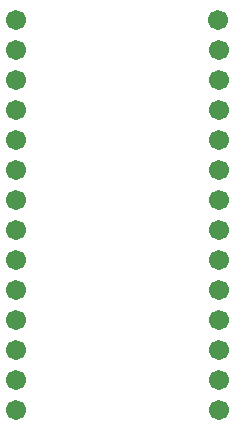
<source format=gts>
G04 #@! TF.GenerationSoftware,KiCad,Pcbnew,5.1.8-db9833491~88~ubuntu20.10.1*
G04 #@! TF.CreationDate,2020-11-26T14:28:52-05:00*
G04 #@! TF.ProjectId,pcb2molex8878_chamfer,70636232-6d6f-46c6-9578-383837385f63,rev?*
G04 #@! TF.SameCoordinates,Original*
G04 #@! TF.FileFunction,Soldermask,Top*
G04 #@! TF.FilePolarity,Negative*
%FSLAX46Y46*%
G04 Gerber Fmt 4.6, Leading zero omitted, Abs format (unit mm)*
G04 Created by KiCad (PCBNEW 5.1.8-db9833491~88~ubuntu20.10.1) date 2020-11-26 14:28:52*
%MOMM*%
%LPD*%
G01*
G04 APERTURE LIST*
%ADD10C,1.701800*%
G04 APERTURE END LIST*
D10*
X138633200Y-82677000D03*
X155803600Y-82677000D03*
X138633200Y-115697000D03*
X155818400Y-85217000D03*
X138633200Y-113157000D03*
X155818400Y-87757000D03*
X138633200Y-110617000D03*
X155818400Y-90297000D03*
X138633200Y-108077000D03*
X155818400Y-92837000D03*
X138633200Y-105537000D03*
X155818400Y-95377000D03*
X138633200Y-102997000D03*
X155818400Y-97917000D03*
X138633200Y-100457000D03*
X155818400Y-100457000D03*
X138633200Y-97917000D03*
X155818400Y-102997000D03*
X138633200Y-95377000D03*
X155818400Y-105537000D03*
X138633200Y-92837000D03*
X155818400Y-108077000D03*
X138633200Y-90297000D03*
X155818400Y-110617000D03*
X138633200Y-87757000D03*
X155818400Y-113157000D03*
X138633200Y-85217000D03*
X155818400Y-115697000D03*
M02*

</source>
